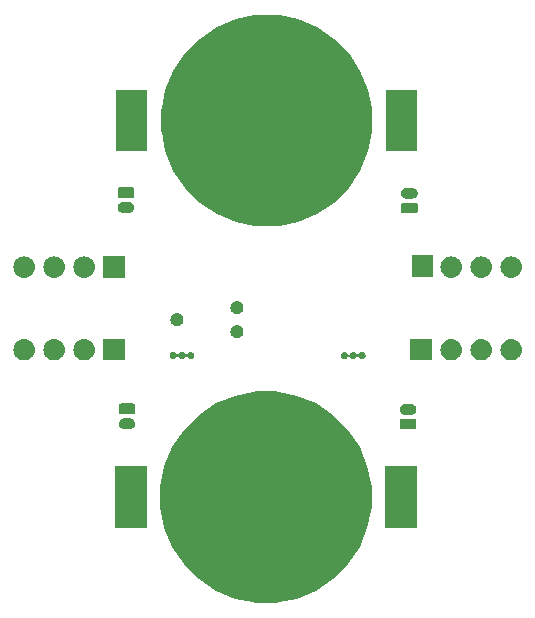
<source format=gbs>
G04 #@! TF.GenerationSoftware,KiCad,Pcbnew,(5.1.0)-1*
G04 #@! TF.CreationDate,2019-03-26T08:32:57+01:00*
G04 #@! TF.ProjectId,node,6e6f6465-2e6b-4696-9361-645f70636258,rev?*
G04 #@! TF.SameCoordinates,Original*
G04 #@! TF.FileFunction,Soldermask,Bot*
G04 #@! TF.FilePolarity,Negative*
%FSLAX46Y46*%
G04 Gerber Fmt 4.6, Leading zero omitted, Abs format (unit mm)*
G04 Created by KiCad (PCBNEW (5.1.0)-1) date 2019-03-26 08:32:57*
%MOMM*%
%LPD*%
G04 APERTURE LIST*
%ADD10C,0.100000*%
G04 APERTURE END LIST*
D10*
G36*
X147956100Y-89577003D02*
G01*
X149468294Y-89877797D01*
X151095452Y-90551788D01*
X152559855Y-91530272D01*
X153805228Y-92775645D01*
X154783712Y-94240048D01*
X155457703Y-95867206D01*
X155801300Y-97594588D01*
X155801300Y-99355812D01*
X155457703Y-101083194D01*
X154783712Y-102710352D01*
X153805228Y-104174755D01*
X152559855Y-105420128D01*
X151095452Y-106398612D01*
X149468294Y-107072603D01*
X147956100Y-107373397D01*
X147740913Y-107416200D01*
X145979687Y-107416200D01*
X145764500Y-107373397D01*
X144252306Y-107072603D01*
X142625148Y-106398612D01*
X141160745Y-105420128D01*
X139915372Y-104174755D01*
X138936888Y-102710352D01*
X138262897Y-101083194D01*
X137919300Y-99355812D01*
X137919300Y-97594588D01*
X138262897Y-95867206D01*
X138936888Y-94240048D01*
X139915372Y-92775645D01*
X141160745Y-91530272D01*
X142625148Y-90551788D01*
X144252306Y-89877797D01*
X145764500Y-89577003D01*
X145979687Y-89534200D01*
X147740913Y-89534200D01*
X147956100Y-89577003D01*
X147956100Y-89577003D01*
G37*
G36*
X159611300Y-101066200D02*
G01*
X156969300Y-101066200D01*
X156969300Y-95884200D01*
X159611300Y-95884200D01*
X159611300Y-101066200D01*
X159611300Y-101066200D01*
G37*
G36*
X136751300Y-101066200D02*
G01*
X134109300Y-101066200D01*
X134109300Y-95884200D01*
X136751300Y-95884200D01*
X136751300Y-101066200D01*
X136751300Y-101066200D01*
G37*
G36*
X159469683Y-91852725D02*
G01*
X159500143Y-91861966D01*
X159528223Y-91876974D01*
X159552831Y-91897169D01*
X159573026Y-91921777D01*
X159588034Y-91949857D01*
X159597275Y-91980317D01*
X159601000Y-92018140D01*
X159601000Y-92581860D01*
X159597275Y-92619683D01*
X159588034Y-92650143D01*
X159573026Y-92678223D01*
X159552831Y-92702831D01*
X159528223Y-92723026D01*
X159500143Y-92738034D01*
X159469683Y-92747275D01*
X159431860Y-92751000D01*
X158368140Y-92751000D01*
X158330317Y-92747275D01*
X158299857Y-92738034D01*
X158271777Y-92723026D01*
X158247169Y-92702831D01*
X158226974Y-92678223D01*
X158211966Y-92650143D01*
X158202725Y-92619683D01*
X158199000Y-92581860D01*
X158199000Y-92018140D01*
X158202725Y-91980317D01*
X158211966Y-91949857D01*
X158226974Y-91921777D01*
X158247169Y-91897169D01*
X158271777Y-91876974D01*
X158299857Y-91861966D01*
X158330317Y-91852725D01*
X158368140Y-91849000D01*
X159431860Y-91849000D01*
X159469683Y-91852725D01*
X159469683Y-91852725D01*
G37*
G36*
X135438410Y-91805525D02*
G01*
X135523426Y-91831314D01*
X135601775Y-91873193D01*
X135670449Y-91929551D01*
X135726807Y-91998225D01*
X135768686Y-92076574D01*
X135794475Y-92161590D01*
X135803182Y-92250000D01*
X135794475Y-92338410D01*
X135768686Y-92423426D01*
X135726807Y-92501775D01*
X135670449Y-92570449D01*
X135601775Y-92626807D01*
X135523426Y-92668686D01*
X135438410Y-92694475D01*
X135372158Y-92701000D01*
X134827842Y-92701000D01*
X134761590Y-92694475D01*
X134676574Y-92668686D01*
X134598225Y-92626807D01*
X134529551Y-92570449D01*
X134473193Y-92501775D01*
X134431314Y-92423426D01*
X134405525Y-92338410D01*
X134396818Y-92250000D01*
X134405525Y-92161590D01*
X134431314Y-92076574D01*
X134473193Y-91998225D01*
X134529551Y-91929551D01*
X134598225Y-91873193D01*
X134676574Y-91831314D01*
X134761590Y-91805525D01*
X134827842Y-91799000D01*
X135372158Y-91799000D01*
X135438410Y-91805525D01*
X135438410Y-91805525D01*
G37*
G36*
X159238410Y-90605525D02*
G01*
X159323426Y-90631314D01*
X159401775Y-90673193D01*
X159470449Y-90729551D01*
X159526807Y-90798225D01*
X159568686Y-90876574D01*
X159594475Y-90961590D01*
X159603182Y-91050000D01*
X159594475Y-91138410D01*
X159568686Y-91223426D01*
X159526807Y-91301775D01*
X159470449Y-91370449D01*
X159401775Y-91426807D01*
X159323426Y-91468686D01*
X159238410Y-91494475D01*
X159172158Y-91501000D01*
X158627842Y-91501000D01*
X158561590Y-91494475D01*
X158476574Y-91468686D01*
X158398225Y-91426807D01*
X158329551Y-91370449D01*
X158273193Y-91301775D01*
X158231314Y-91223426D01*
X158205525Y-91138410D01*
X158196818Y-91050000D01*
X158205525Y-90961590D01*
X158231314Y-90876574D01*
X158273193Y-90798225D01*
X158329551Y-90729551D01*
X158398225Y-90673193D01*
X158476574Y-90631314D01*
X158561590Y-90605525D01*
X158627842Y-90599000D01*
X159172158Y-90599000D01*
X159238410Y-90605525D01*
X159238410Y-90605525D01*
G37*
G36*
X135669683Y-90552725D02*
G01*
X135700143Y-90561966D01*
X135728223Y-90576974D01*
X135752831Y-90597169D01*
X135773026Y-90621777D01*
X135788034Y-90649857D01*
X135797275Y-90680317D01*
X135801000Y-90718140D01*
X135801000Y-91281860D01*
X135797275Y-91319683D01*
X135788034Y-91350143D01*
X135773026Y-91378223D01*
X135752831Y-91402831D01*
X135728223Y-91423026D01*
X135700143Y-91438034D01*
X135669683Y-91447275D01*
X135631860Y-91451000D01*
X134568140Y-91451000D01*
X134530317Y-91447275D01*
X134499857Y-91438034D01*
X134471777Y-91423026D01*
X134447169Y-91402831D01*
X134426974Y-91378223D01*
X134411966Y-91350143D01*
X134402725Y-91319683D01*
X134399000Y-91281860D01*
X134399000Y-90718140D01*
X134402725Y-90680317D01*
X134411966Y-90649857D01*
X134426974Y-90621777D01*
X134447169Y-90597169D01*
X134471777Y-90576974D01*
X134499857Y-90561966D01*
X134530317Y-90552725D01*
X134568140Y-90549000D01*
X135631860Y-90549000D01*
X135669683Y-90552725D01*
X135669683Y-90552725D01*
G37*
G36*
X131570443Y-85105519D02*
G01*
X131636627Y-85112037D01*
X131806466Y-85163557D01*
X131962991Y-85247222D01*
X131998729Y-85276552D01*
X132100186Y-85359814D01*
X132183448Y-85461271D01*
X132212778Y-85497009D01*
X132296443Y-85653534D01*
X132347963Y-85823373D01*
X132365359Y-86000000D01*
X132347963Y-86176627D01*
X132296443Y-86346466D01*
X132212778Y-86502991D01*
X132190902Y-86529647D01*
X132100186Y-86640186D01*
X131998729Y-86723448D01*
X131962991Y-86752778D01*
X131806466Y-86836443D01*
X131636627Y-86887963D01*
X131570442Y-86894482D01*
X131504260Y-86901000D01*
X131415740Y-86901000D01*
X131349558Y-86894482D01*
X131283373Y-86887963D01*
X131113534Y-86836443D01*
X130957009Y-86752778D01*
X130921271Y-86723448D01*
X130819814Y-86640186D01*
X130729098Y-86529647D01*
X130707222Y-86502991D01*
X130623557Y-86346466D01*
X130572037Y-86176627D01*
X130554641Y-86000000D01*
X130572037Y-85823373D01*
X130623557Y-85653534D01*
X130707222Y-85497009D01*
X130736552Y-85461271D01*
X130819814Y-85359814D01*
X130921271Y-85276552D01*
X130957009Y-85247222D01*
X131113534Y-85163557D01*
X131283373Y-85112037D01*
X131349557Y-85105519D01*
X131415740Y-85099000D01*
X131504260Y-85099000D01*
X131570443Y-85105519D01*
X131570443Y-85105519D01*
G37*
G36*
X160901000Y-86901000D02*
G01*
X159099000Y-86901000D01*
X159099000Y-85099000D01*
X160901000Y-85099000D01*
X160901000Y-86901000D01*
X160901000Y-86901000D01*
G37*
G36*
X162650443Y-85105519D02*
G01*
X162716627Y-85112037D01*
X162886466Y-85163557D01*
X163042991Y-85247222D01*
X163078729Y-85276552D01*
X163180186Y-85359814D01*
X163263448Y-85461271D01*
X163292778Y-85497009D01*
X163376443Y-85653534D01*
X163427963Y-85823373D01*
X163445359Y-86000000D01*
X163427963Y-86176627D01*
X163376443Y-86346466D01*
X163292778Y-86502991D01*
X163270902Y-86529647D01*
X163180186Y-86640186D01*
X163078729Y-86723448D01*
X163042991Y-86752778D01*
X162886466Y-86836443D01*
X162716627Y-86887963D01*
X162650442Y-86894482D01*
X162584260Y-86901000D01*
X162495740Y-86901000D01*
X162429558Y-86894482D01*
X162363373Y-86887963D01*
X162193534Y-86836443D01*
X162037009Y-86752778D01*
X162001271Y-86723448D01*
X161899814Y-86640186D01*
X161809098Y-86529647D01*
X161787222Y-86502991D01*
X161703557Y-86346466D01*
X161652037Y-86176627D01*
X161634641Y-86000000D01*
X161652037Y-85823373D01*
X161703557Y-85653534D01*
X161787222Y-85497009D01*
X161816552Y-85461271D01*
X161899814Y-85359814D01*
X162001271Y-85276552D01*
X162037009Y-85247222D01*
X162193534Y-85163557D01*
X162363373Y-85112037D01*
X162429557Y-85105519D01*
X162495740Y-85099000D01*
X162584260Y-85099000D01*
X162650443Y-85105519D01*
X162650443Y-85105519D01*
G37*
G36*
X165190443Y-85105519D02*
G01*
X165256627Y-85112037D01*
X165426466Y-85163557D01*
X165582991Y-85247222D01*
X165618729Y-85276552D01*
X165720186Y-85359814D01*
X165803448Y-85461271D01*
X165832778Y-85497009D01*
X165916443Y-85653534D01*
X165967963Y-85823373D01*
X165985359Y-86000000D01*
X165967963Y-86176627D01*
X165916443Y-86346466D01*
X165832778Y-86502991D01*
X165810902Y-86529647D01*
X165720186Y-86640186D01*
X165618729Y-86723448D01*
X165582991Y-86752778D01*
X165426466Y-86836443D01*
X165256627Y-86887963D01*
X165190442Y-86894482D01*
X165124260Y-86901000D01*
X165035740Y-86901000D01*
X164969558Y-86894482D01*
X164903373Y-86887963D01*
X164733534Y-86836443D01*
X164577009Y-86752778D01*
X164541271Y-86723448D01*
X164439814Y-86640186D01*
X164349098Y-86529647D01*
X164327222Y-86502991D01*
X164243557Y-86346466D01*
X164192037Y-86176627D01*
X164174641Y-86000000D01*
X164192037Y-85823373D01*
X164243557Y-85653534D01*
X164327222Y-85497009D01*
X164356552Y-85461271D01*
X164439814Y-85359814D01*
X164541271Y-85276552D01*
X164577009Y-85247222D01*
X164733534Y-85163557D01*
X164903373Y-85112037D01*
X164969557Y-85105519D01*
X165035740Y-85099000D01*
X165124260Y-85099000D01*
X165190443Y-85105519D01*
X165190443Y-85105519D01*
G37*
G36*
X167730443Y-85105519D02*
G01*
X167796627Y-85112037D01*
X167966466Y-85163557D01*
X168122991Y-85247222D01*
X168158729Y-85276552D01*
X168260186Y-85359814D01*
X168343448Y-85461271D01*
X168372778Y-85497009D01*
X168456443Y-85653534D01*
X168507963Y-85823373D01*
X168525359Y-86000000D01*
X168507963Y-86176627D01*
X168456443Y-86346466D01*
X168372778Y-86502991D01*
X168350902Y-86529647D01*
X168260186Y-86640186D01*
X168158729Y-86723448D01*
X168122991Y-86752778D01*
X167966466Y-86836443D01*
X167796627Y-86887963D01*
X167730442Y-86894482D01*
X167664260Y-86901000D01*
X167575740Y-86901000D01*
X167509558Y-86894482D01*
X167443373Y-86887963D01*
X167273534Y-86836443D01*
X167117009Y-86752778D01*
X167081271Y-86723448D01*
X166979814Y-86640186D01*
X166889098Y-86529647D01*
X166867222Y-86502991D01*
X166783557Y-86346466D01*
X166732037Y-86176627D01*
X166714641Y-86000000D01*
X166732037Y-85823373D01*
X166783557Y-85653534D01*
X166867222Y-85497009D01*
X166896552Y-85461271D01*
X166979814Y-85359814D01*
X167081271Y-85276552D01*
X167117009Y-85247222D01*
X167273534Y-85163557D01*
X167443373Y-85112037D01*
X167509557Y-85105519D01*
X167575740Y-85099000D01*
X167664260Y-85099000D01*
X167730443Y-85105519D01*
X167730443Y-85105519D01*
G37*
G36*
X129030443Y-85105519D02*
G01*
X129096627Y-85112037D01*
X129266466Y-85163557D01*
X129422991Y-85247222D01*
X129458729Y-85276552D01*
X129560186Y-85359814D01*
X129643448Y-85461271D01*
X129672778Y-85497009D01*
X129756443Y-85653534D01*
X129807963Y-85823373D01*
X129825359Y-86000000D01*
X129807963Y-86176627D01*
X129756443Y-86346466D01*
X129672778Y-86502991D01*
X129650902Y-86529647D01*
X129560186Y-86640186D01*
X129458729Y-86723448D01*
X129422991Y-86752778D01*
X129266466Y-86836443D01*
X129096627Y-86887963D01*
X129030442Y-86894482D01*
X128964260Y-86901000D01*
X128875740Y-86901000D01*
X128809558Y-86894482D01*
X128743373Y-86887963D01*
X128573534Y-86836443D01*
X128417009Y-86752778D01*
X128381271Y-86723448D01*
X128279814Y-86640186D01*
X128189098Y-86529647D01*
X128167222Y-86502991D01*
X128083557Y-86346466D01*
X128032037Y-86176627D01*
X128014641Y-86000000D01*
X128032037Y-85823373D01*
X128083557Y-85653534D01*
X128167222Y-85497009D01*
X128196552Y-85461271D01*
X128279814Y-85359814D01*
X128381271Y-85276552D01*
X128417009Y-85247222D01*
X128573534Y-85163557D01*
X128743373Y-85112037D01*
X128809557Y-85105519D01*
X128875740Y-85099000D01*
X128964260Y-85099000D01*
X129030443Y-85105519D01*
X129030443Y-85105519D01*
G37*
G36*
X134901000Y-86901000D02*
G01*
X133099000Y-86901000D01*
X133099000Y-85099000D01*
X134901000Y-85099000D01*
X134901000Y-86901000D01*
X134901000Y-86901000D01*
G37*
G36*
X126490443Y-85105519D02*
G01*
X126556627Y-85112037D01*
X126726466Y-85163557D01*
X126882991Y-85247222D01*
X126918729Y-85276552D01*
X127020186Y-85359814D01*
X127103448Y-85461271D01*
X127132778Y-85497009D01*
X127216443Y-85653534D01*
X127267963Y-85823373D01*
X127285359Y-86000000D01*
X127267963Y-86176627D01*
X127216443Y-86346466D01*
X127132778Y-86502991D01*
X127110902Y-86529647D01*
X127020186Y-86640186D01*
X126918729Y-86723448D01*
X126882991Y-86752778D01*
X126726466Y-86836443D01*
X126556627Y-86887963D01*
X126490442Y-86894482D01*
X126424260Y-86901000D01*
X126335740Y-86901000D01*
X126269558Y-86894482D01*
X126203373Y-86887963D01*
X126033534Y-86836443D01*
X125877009Y-86752778D01*
X125841271Y-86723448D01*
X125739814Y-86640186D01*
X125649098Y-86529647D01*
X125627222Y-86502991D01*
X125543557Y-86346466D01*
X125492037Y-86176627D01*
X125474641Y-86000000D01*
X125492037Y-85823373D01*
X125543557Y-85653534D01*
X125627222Y-85497009D01*
X125656552Y-85461271D01*
X125739814Y-85359814D01*
X125841271Y-85276552D01*
X125877009Y-85247222D01*
X126033534Y-85163557D01*
X126203373Y-85112037D01*
X126269557Y-85105519D01*
X126335740Y-85099000D01*
X126424260Y-85099000D01*
X126490443Y-85105519D01*
X126490443Y-85105519D01*
G37*
G36*
X139087797Y-86210567D02*
G01*
X139142575Y-86233257D01*
X139142577Y-86233258D01*
X139191876Y-86266198D01*
X139233802Y-86308124D01*
X139259421Y-86346466D01*
X139271067Y-86363896D01*
X139286612Y-86382838D01*
X139305554Y-86398383D01*
X139327165Y-86409934D01*
X139350614Y-86417047D01*
X139375000Y-86419449D01*
X139399386Y-86417047D01*
X139422835Y-86409934D01*
X139444446Y-86398383D01*
X139463388Y-86382838D01*
X139478933Y-86363896D01*
X139490579Y-86346466D01*
X139516198Y-86308124D01*
X139558124Y-86266198D01*
X139607423Y-86233258D01*
X139607425Y-86233257D01*
X139662203Y-86210567D01*
X139720353Y-86199000D01*
X139779647Y-86199000D01*
X139837797Y-86210567D01*
X139892575Y-86233257D01*
X139892577Y-86233258D01*
X139941876Y-86266198D01*
X139983802Y-86308124D01*
X140009421Y-86346466D01*
X140021067Y-86363896D01*
X140036612Y-86382838D01*
X140055554Y-86398383D01*
X140077165Y-86409934D01*
X140100614Y-86417047D01*
X140125000Y-86419449D01*
X140149386Y-86417047D01*
X140172835Y-86409934D01*
X140194446Y-86398383D01*
X140213388Y-86382838D01*
X140228933Y-86363896D01*
X140240579Y-86346466D01*
X140266198Y-86308124D01*
X140308124Y-86266198D01*
X140357423Y-86233258D01*
X140357425Y-86233257D01*
X140412203Y-86210567D01*
X140470353Y-86199000D01*
X140529647Y-86199000D01*
X140587797Y-86210567D01*
X140642575Y-86233257D01*
X140642577Y-86233258D01*
X140691876Y-86266198D01*
X140733802Y-86308124D01*
X140759422Y-86346468D01*
X140766743Y-86357425D01*
X140789433Y-86412203D01*
X140801000Y-86470353D01*
X140801000Y-86529647D01*
X140789433Y-86587797D01*
X140766743Y-86642575D01*
X140766742Y-86642577D01*
X140733802Y-86691876D01*
X140691876Y-86733802D01*
X140642577Y-86766742D01*
X140642576Y-86766743D01*
X140642575Y-86766743D01*
X140587797Y-86789433D01*
X140529647Y-86801000D01*
X140470353Y-86801000D01*
X140412203Y-86789433D01*
X140357425Y-86766743D01*
X140357424Y-86766743D01*
X140357423Y-86766742D01*
X140308124Y-86733802D01*
X140266198Y-86691876D01*
X140233258Y-86642577D01*
X140233257Y-86642575D01*
X140228933Y-86636104D01*
X140213388Y-86617162D01*
X140194446Y-86601617D01*
X140172835Y-86590066D01*
X140149386Y-86582953D01*
X140125000Y-86580551D01*
X140100614Y-86582953D01*
X140077165Y-86590066D01*
X140055554Y-86601617D01*
X140036612Y-86617162D01*
X140021067Y-86636104D01*
X140016743Y-86642575D01*
X140016742Y-86642577D01*
X139983802Y-86691876D01*
X139941876Y-86733802D01*
X139892577Y-86766742D01*
X139892576Y-86766743D01*
X139892575Y-86766743D01*
X139837797Y-86789433D01*
X139779647Y-86801000D01*
X139720353Y-86801000D01*
X139662203Y-86789433D01*
X139607425Y-86766743D01*
X139607424Y-86766743D01*
X139607423Y-86766742D01*
X139558124Y-86733802D01*
X139516198Y-86691876D01*
X139483258Y-86642577D01*
X139483257Y-86642575D01*
X139478933Y-86636104D01*
X139463388Y-86617162D01*
X139444446Y-86601617D01*
X139422835Y-86590066D01*
X139399386Y-86582953D01*
X139375000Y-86580551D01*
X139350614Y-86582953D01*
X139327165Y-86590066D01*
X139305554Y-86601617D01*
X139286612Y-86617162D01*
X139271067Y-86636104D01*
X139266743Y-86642575D01*
X139266742Y-86642577D01*
X139233802Y-86691876D01*
X139191876Y-86733802D01*
X139142577Y-86766742D01*
X139142576Y-86766743D01*
X139142575Y-86766743D01*
X139087797Y-86789433D01*
X139029647Y-86801000D01*
X138970353Y-86801000D01*
X138912203Y-86789433D01*
X138857425Y-86766743D01*
X138857424Y-86766743D01*
X138857423Y-86766742D01*
X138808124Y-86733802D01*
X138766198Y-86691876D01*
X138733258Y-86642577D01*
X138733257Y-86642575D01*
X138710567Y-86587797D01*
X138699000Y-86529647D01*
X138699000Y-86470353D01*
X138710567Y-86412203D01*
X138733257Y-86357425D01*
X138740578Y-86346468D01*
X138766198Y-86308124D01*
X138808124Y-86266198D01*
X138857423Y-86233258D01*
X138857425Y-86233257D01*
X138912203Y-86210567D01*
X138970353Y-86199000D01*
X139029647Y-86199000D01*
X139087797Y-86210567D01*
X139087797Y-86210567D01*
G37*
G36*
X153587797Y-86210567D02*
G01*
X153642575Y-86233257D01*
X153642577Y-86233258D01*
X153691876Y-86266198D01*
X153733802Y-86308124D01*
X153759421Y-86346466D01*
X153771067Y-86363896D01*
X153786612Y-86382838D01*
X153805554Y-86398383D01*
X153827165Y-86409934D01*
X153850614Y-86417047D01*
X153875000Y-86419449D01*
X153899386Y-86417047D01*
X153922835Y-86409934D01*
X153944446Y-86398383D01*
X153963388Y-86382838D01*
X153978933Y-86363896D01*
X153990579Y-86346466D01*
X154016198Y-86308124D01*
X154058124Y-86266198D01*
X154107423Y-86233258D01*
X154107425Y-86233257D01*
X154162203Y-86210567D01*
X154220353Y-86199000D01*
X154279647Y-86199000D01*
X154337797Y-86210567D01*
X154392575Y-86233257D01*
X154392577Y-86233258D01*
X154441876Y-86266198D01*
X154483802Y-86308124D01*
X154509421Y-86346466D01*
X154521067Y-86363896D01*
X154536612Y-86382838D01*
X154555554Y-86398383D01*
X154577165Y-86409934D01*
X154600614Y-86417047D01*
X154625000Y-86419449D01*
X154649386Y-86417047D01*
X154672835Y-86409934D01*
X154694446Y-86398383D01*
X154713388Y-86382838D01*
X154728933Y-86363896D01*
X154740579Y-86346466D01*
X154766198Y-86308124D01*
X154808124Y-86266198D01*
X154857423Y-86233258D01*
X154857425Y-86233257D01*
X154912203Y-86210567D01*
X154970353Y-86199000D01*
X155029647Y-86199000D01*
X155087797Y-86210567D01*
X155142575Y-86233257D01*
X155142577Y-86233258D01*
X155191876Y-86266198D01*
X155233802Y-86308124D01*
X155259422Y-86346468D01*
X155266743Y-86357425D01*
X155289433Y-86412203D01*
X155301000Y-86470353D01*
X155301000Y-86529647D01*
X155289433Y-86587797D01*
X155266743Y-86642575D01*
X155266742Y-86642577D01*
X155233802Y-86691876D01*
X155191876Y-86733802D01*
X155142577Y-86766742D01*
X155142576Y-86766743D01*
X155142575Y-86766743D01*
X155087797Y-86789433D01*
X155029647Y-86801000D01*
X154970353Y-86801000D01*
X154912203Y-86789433D01*
X154857425Y-86766743D01*
X154857424Y-86766743D01*
X154857423Y-86766742D01*
X154808124Y-86733802D01*
X154766198Y-86691876D01*
X154733258Y-86642577D01*
X154733257Y-86642575D01*
X154728933Y-86636104D01*
X154713388Y-86617162D01*
X154694446Y-86601617D01*
X154672835Y-86590066D01*
X154649386Y-86582953D01*
X154625000Y-86580551D01*
X154600614Y-86582953D01*
X154577165Y-86590066D01*
X154555554Y-86601617D01*
X154536612Y-86617162D01*
X154521067Y-86636104D01*
X154516743Y-86642575D01*
X154516742Y-86642577D01*
X154483802Y-86691876D01*
X154441876Y-86733802D01*
X154392577Y-86766742D01*
X154392576Y-86766743D01*
X154392575Y-86766743D01*
X154337797Y-86789433D01*
X154279647Y-86801000D01*
X154220353Y-86801000D01*
X154162203Y-86789433D01*
X154107425Y-86766743D01*
X154107424Y-86766743D01*
X154107423Y-86766742D01*
X154058124Y-86733802D01*
X154016198Y-86691876D01*
X153983258Y-86642577D01*
X153983257Y-86642575D01*
X153978933Y-86636104D01*
X153963388Y-86617162D01*
X153944446Y-86601617D01*
X153922835Y-86590066D01*
X153899386Y-86582953D01*
X153875000Y-86580551D01*
X153850614Y-86582953D01*
X153827165Y-86590066D01*
X153805554Y-86601617D01*
X153786612Y-86617162D01*
X153771067Y-86636104D01*
X153766743Y-86642575D01*
X153766742Y-86642577D01*
X153733802Y-86691876D01*
X153691876Y-86733802D01*
X153642577Y-86766742D01*
X153642576Y-86766743D01*
X153642575Y-86766743D01*
X153587797Y-86789433D01*
X153529647Y-86801000D01*
X153470353Y-86801000D01*
X153412203Y-86789433D01*
X153357425Y-86766743D01*
X153357424Y-86766743D01*
X153357423Y-86766742D01*
X153308124Y-86733802D01*
X153266198Y-86691876D01*
X153233258Y-86642577D01*
X153233257Y-86642575D01*
X153210567Y-86587797D01*
X153199000Y-86529647D01*
X153199000Y-86470353D01*
X153210567Y-86412203D01*
X153233257Y-86357425D01*
X153240578Y-86346468D01*
X153266198Y-86308124D01*
X153308124Y-86266198D01*
X153357423Y-86233258D01*
X153357425Y-86233257D01*
X153412203Y-86210567D01*
X153470353Y-86199000D01*
X153529647Y-86199000D01*
X153587797Y-86210567D01*
X153587797Y-86210567D01*
G37*
G36*
X144505578Y-83919197D02*
G01*
X144558350Y-83929694D01*
X144657770Y-83970875D01*
X144747246Y-84030661D01*
X144823339Y-84106754D01*
X144883125Y-84196230D01*
X144924306Y-84295650D01*
X144945300Y-84401194D01*
X144945300Y-84508806D01*
X144924306Y-84614350D01*
X144883125Y-84713770D01*
X144823339Y-84803246D01*
X144747246Y-84879339D01*
X144657770Y-84939125D01*
X144558350Y-84980306D01*
X144505578Y-84990803D01*
X144452807Y-85001300D01*
X144345193Y-85001300D01*
X144292422Y-84990803D01*
X144239650Y-84980306D01*
X144140230Y-84939125D01*
X144050754Y-84879339D01*
X143974661Y-84803246D01*
X143914875Y-84713770D01*
X143873694Y-84614350D01*
X143852700Y-84508806D01*
X143852700Y-84401194D01*
X143873694Y-84295650D01*
X143914875Y-84196230D01*
X143974661Y-84106754D01*
X144050754Y-84030661D01*
X144140230Y-83970875D01*
X144239650Y-83929694D01*
X144292422Y-83919197D01*
X144345193Y-83908700D01*
X144452807Y-83908700D01*
X144505578Y-83919197D01*
X144505578Y-83919197D01*
G37*
G36*
X139425578Y-82903197D02*
G01*
X139478350Y-82913694D01*
X139577770Y-82954875D01*
X139667246Y-83014661D01*
X139743339Y-83090754D01*
X139803125Y-83180230D01*
X139844306Y-83279650D01*
X139865300Y-83385194D01*
X139865300Y-83492806D01*
X139844306Y-83598350D01*
X139803125Y-83697770D01*
X139743339Y-83787246D01*
X139667246Y-83863339D01*
X139577770Y-83923125D01*
X139478350Y-83964306D01*
X139445325Y-83970875D01*
X139372807Y-83985300D01*
X139265193Y-83985300D01*
X139192675Y-83970875D01*
X139159650Y-83964306D01*
X139060230Y-83923125D01*
X138970754Y-83863339D01*
X138894661Y-83787246D01*
X138834875Y-83697770D01*
X138793694Y-83598350D01*
X138772700Y-83492806D01*
X138772700Y-83385194D01*
X138793694Y-83279650D01*
X138834875Y-83180230D01*
X138894661Y-83090754D01*
X138970754Y-83014661D01*
X139060230Y-82954875D01*
X139159650Y-82913694D01*
X139212422Y-82903197D01*
X139265193Y-82892700D01*
X139372807Y-82892700D01*
X139425578Y-82903197D01*
X139425578Y-82903197D01*
G37*
G36*
X144505578Y-81887197D02*
G01*
X144558350Y-81897694D01*
X144657770Y-81938875D01*
X144747246Y-81998661D01*
X144823339Y-82074754D01*
X144883125Y-82164230D01*
X144924306Y-82263650D01*
X144945300Y-82369194D01*
X144945300Y-82476806D01*
X144924306Y-82582350D01*
X144883125Y-82681770D01*
X144823339Y-82771246D01*
X144747246Y-82847339D01*
X144657770Y-82907125D01*
X144558350Y-82948306D01*
X144525325Y-82954875D01*
X144452807Y-82969300D01*
X144345193Y-82969300D01*
X144272675Y-82954875D01*
X144239650Y-82948306D01*
X144140230Y-82907125D01*
X144050754Y-82847339D01*
X143974661Y-82771246D01*
X143914875Y-82681770D01*
X143873694Y-82582350D01*
X143852700Y-82476806D01*
X143852700Y-82369194D01*
X143873694Y-82263650D01*
X143914875Y-82164230D01*
X143974661Y-82074754D01*
X144050754Y-81998661D01*
X144140230Y-81938875D01*
X144239650Y-81897694D01*
X144292422Y-81887197D01*
X144345193Y-81876700D01*
X144452807Y-81876700D01*
X144505578Y-81887197D01*
X144505578Y-81887197D01*
G37*
G36*
X126490442Y-78105518D02*
G01*
X126556627Y-78112037D01*
X126726466Y-78163557D01*
X126882991Y-78247222D01*
X126918729Y-78276552D01*
X127020186Y-78359814D01*
X127103448Y-78461271D01*
X127132778Y-78497009D01*
X127216443Y-78653534D01*
X127267963Y-78823373D01*
X127285359Y-79000000D01*
X127267963Y-79176627D01*
X127216443Y-79346466D01*
X127132778Y-79502991D01*
X127103448Y-79538729D01*
X127020186Y-79640186D01*
X126918729Y-79723448D01*
X126882991Y-79752778D01*
X126726466Y-79836443D01*
X126556627Y-79887963D01*
X126490442Y-79894482D01*
X126424260Y-79901000D01*
X126335740Y-79901000D01*
X126269558Y-79894482D01*
X126203373Y-79887963D01*
X126033534Y-79836443D01*
X125877009Y-79752778D01*
X125841271Y-79723448D01*
X125739814Y-79640186D01*
X125656552Y-79538729D01*
X125627222Y-79502991D01*
X125543557Y-79346466D01*
X125492037Y-79176627D01*
X125474641Y-79000000D01*
X125492037Y-78823373D01*
X125543557Y-78653534D01*
X125627222Y-78497009D01*
X125656552Y-78461271D01*
X125739814Y-78359814D01*
X125841271Y-78276552D01*
X125877009Y-78247222D01*
X126033534Y-78163557D01*
X126203373Y-78112037D01*
X126269558Y-78105518D01*
X126335740Y-78099000D01*
X126424260Y-78099000D01*
X126490442Y-78105518D01*
X126490442Y-78105518D01*
G37*
G36*
X167730442Y-78105518D02*
G01*
X167796627Y-78112037D01*
X167966466Y-78163557D01*
X168122991Y-78247222D01*
X168158729Y-78276552D01*
X168260186Y-78359814D01*
X168343448Y-78461271D01*
X168372778Y-78497009D01*
X168456443Y-78653534D01*
X168507963Y-78823373D01*
X168525359Y-79000000D01*
X168507963Y-79176627D01*
X168456443Y-79346466D01*
X168372778Y-79502991D01*
X168343448Y-79538729D01*
X168260186Y-79640186D01*
X168158729Y-79723448D01*
X168122991Y-79752778D01*
X167966466Y-79836443D01*
X167796627Y-79887963D01*
X167730442Y-79894482D01*
X167664260Y-79901000D01*
X167575740Y-79901000D01*
X167509558Y-79894482D01*
X167443373Y-79887963D01*
X167273534Y-79836443D01*
X167117009Y-79752778D01*
X167081271Y-79723448D01*
X166979814Y-79640186D01*
X166896552Y-79538729D01*
X166867222Y-79502991D01*
X166783557Y-79346466D01*
X166732037Y-79176627D01*
X166714641Y-79000000D01*
X166732037Y-78823373D01*
X166783557Y-78653534D01*
X166867222Y-78497009D01*
X166896552Y-78461271D01*
X166979814Y-78359814D01*
X167081271Y-78276552D01*
X167117009Y-78247222D01*
X167273534Y-78163557D01*
X167443373Y-78112037D01*
X167509558Y-78105518D01*
X167575740Y-78099000D01*
X167664260Y-78099000D01*
X167730442Y-78105518D01*
X167730442Y-78105518D01*
G37*
G36*
X165190442Y-78105518D02*
G01*
X165256627Y-78112037D01*
X165426466Y-78163557D01*
X165582991Y-78247222D01*
X165618729Y-78276552D01*
X165720186Y-78359814D01*
X165803448Y-78461271D01*
X165832778Y-78497009D01*
X165916443Y-78653534D01*
X165967963Y-78823373D01*
X165985359Y-79000000D01*
X165967963Y-79176627D01*
X165916443Y-79346466D01*
X165832778Y-79502991D01*
X165803448Y-79538729D01*
X165720186Y-79640186D01*
X165618729Y-79723448D01*
X165582991Y-79752778D01*
X165426466Y-79836443D01*
X165256627Y-79887963D01*
X165190442Y-79894482D01*
X165124260Y-79901000D01*
X165035740Y-79901000D01*
X164969558Y-79894482D01*
X164903373Y-79887963D01*
X164733534Y-79836443D01*
X164577009Y-79752778D01*
X164541271Y-79723448D01*
X164439814Y-79640186D01*
X164356552Y-79538729D01*
X164327222Y-79502991D01*
X164243557Y-79346466D01*
X164192037Y-79176627D01*
X164174641Y-79000000D01*
X164192037Y-78823373D01*
X164243557Y-78653534D01*
X164327222Y-78497009D01*
X164356552Y-78461271D01*
X164439814Y-78359814D01*
X164541271Y-78276552D01*
X164577009Y-78247222D01*
X164733534Y-78163557D01*
X164903373Y-78112037D01*
X164969558Y-78105518D01*
X165035740Y-78099000D01*
X165124260Y-78099000D01*
X165190442Y-78105518D01*
X165190442Y-78105518D01*
G37*
G36*
X162650442Y-78105518D02*
G01*
X162716627Y-78112037D01*
X162886466Y-78163557D01*
X163042991Y-78247222D01*
X163078729Y-78276552D01*
X163180186Y-78359814D01*
X163263448Y-78461271D01*
X163292778Y-78497009D01*
X163376443Y-78653534D01*
X163427963Y-78823373D01*
X163445359Y-79000000D01*
X163427963Y-79176627D01*
X163376443Y-79346466D01*
X163292778Y-79502991D01*
X163263448Y-79538729D01*
X163180186Y-79640186D01*
X163078729Y-79723448D01*
X163042991Y-79752778D01*
X162886466Y-79836443D01*
X162716627Y-79887963D01*
X162650442Y-79894482D01*
X162584260Y-79901000D01*
X162495740Y-79901000D01*
X162429558Y-79894482D01*
X162363373Y-79887963D01*
X162193534Y-79836443D01*
X162037009Y-79752778D01*
X162001271Y-79723448D01*
X161899814Y-79640186D01*
X161816552Y-79538729D01*
X161787222Y-79502991D01*
X161703557Y-79346466D01*
X161652037Y-79176627D01*
X161634641Y-79000000D01*
X161652037Y-78823373D01*
X161703557Y-78653534D01*
X161787222Y-78497009D01*
X161816552Y-78461271D01*
X161899814Y-78359814D01*
X162001271Y-78276552D01*
X162037009Y-78247222D01*
X162193534Y-78163557D01*
X162363373Y-78112037D01*
X162429558Y-78105518D01*
X162495740Y-78099000D01*
X162584260Y-78099000D01*
X162650442Y-78105518D01*
X162650442Y-78105518D01*
G37*
G36*
X129030442Y-78105518D02*
G01*
X129096627Y-78112037D01*
X129266466Y-78163557D01*
X129422991Y-78247222D01*
X129458729Y-78276552D01*
X129560186Y-78359814D01*
X129643448Y-78461271D01*
X129672778Y-78497009D01*
X129756443Y-78653534D01*
X129807963Y-78823373D01*
X129825359Y-79000000D01*
X129807963Y-79176627D01*
X129756443Y-79346466D01*
X129672778Y-79502991D01*
X129643448Y-79538729D01*
X129560186Y-79640186D01*
X129458729Y-79723448D01*
X129422991Y-79752778D01*
X129266466Y-79836443D01*
X129096627Y-79887963D01*
X129030442Y-79894482D01*
X128964260Y-79901000D01*
X128875740Y-79901000D01*
X128809558Y-79894482D01*
X128743373Y-79887963D01*
X128573534Y-79836443D01*
X128417009Y-79752778D01*
X128381271Y-79723448D01*
X128279814Y-79640186D01*
X128196552Y-79538729D01*
X128167222Y-79502991D01*
X128083557Y-79346466D01*
X128032037Y-79176627D01*
X128014641Y-79000000D01*
X128032037Y-78823373D01*
X128083557Y-78653534D01*
X128167222Y-78497009D01*
X128196552Y-78461271D01*
X128279814Y-78359814D01*
X128381271Y-78276552D01*
X128417009Y-78247222D01*
X128573534Y-78163557D01*
X128743373Y-78112037D01*
X128809558Y-78105518D01*
X128875740Y-78099000D01*
X128964260Y-78099000D01*
X129030442Y-78105518D01*
X129030442Y-78105518D01*
G37*
G36*
X131570442Y-78105518D02*
G01*
X131636627Y-78112037D01*
X131806466Y-78163557D01*
X131962991Y-78247222D01*
X131998729Y-78276552D01*
X132100186Y-78359814D01*
X132183448Y-78461271D01*
X132212778Y-78497009D01*
X132296443Y-78653534D01*
X132347963Y-78823373D01*
X132365359Y-79000000D01*
X132347963Y-79176627D01*
X132296443Y-79346466D01*
X132212778Y-79502991D01*
X132183448Y-79538729D01*
X132100186Y-79640186D01*
X131998729Y-79723448D01*
X131962991Y-79752778D01*
X131806466Y-79836443D01*
X131636627Y-79887963D01*
X131570442Y-79894482D01*
X131504260Y-79901000D01*
X131415740Y-79901000D01*
X131349558Y-79894482D01*
X131283373Y-79887963D01*
X131113534Y-79836443D01*
X130957009Y-79752778D01*
X130921271Y-79723448D01*
X130819814Y-79640186D01*
X130736552Y-79538729D01*
X130707222Y-79502991D01*
X130623557Y-79346466D01*
X130572037Y-79176627D01*
X130554641Y-79000000D01*
X130572037Y-78823373D01*
X130623557Y-78653534D01*
X130707222Y-78497009D01*
X130736552Y-78461271D01*
X130819814Y-78359814D01*
X130921271Y-78276552D01*
X130957009Y-78247222D01*
X131113534Y-78163557D01*
X131283373Y-78112037D01*
X131349558Y-78105518D01*
X131415740Y-78099000D01*
X131504260Y-78099000D01*
X131570442Y-78105518D01*
X131570442Y-78105518D01*
G37*
G36*
X134901000Y-79901000D02*
G01*
X133099000Y-79901000D01*
X133099000Y-78099000D01*
X134901000Y-78099000D01*
X134901000Y-79901000D01*
X134901000Y-79901000D01*
G37*
G36*
X161001000Y-79801000D02*
G01*
X159199000Y-79801000D01*
X159199000Y-77999000D01*
X161001000Y-77999000D01*
X161001000Y-79801000D01*
X161001000Y-79801000D01*
G37*
G36*
X148032300Y-57696703D02*
G01*
X149544494Y-57997497D01*
X151171652Y-58671488D01*
X152636055Y-59649972D01*
X153881428Y-60895345D01*
X154859912Y-62359748D01*
X155533903Y-63986906D01*
X155834697Y-65499100D01*
X155877500Y-65714287D01*
X155877500Y-67475513D01*
X155852338Y-67602010D01*
X155533903Y-69202894D01*
X154859912Y-70830052D01*
X153881428Y-72294455D01*
X152636055Y-73539828D01*
X151171652Y-74518312D01*
X149544494Y-75192303D01*
X148032300Y-75493097D01*
X147817113Y-75535900D01*
X146055887Y-75535900D01*
X145840700Y-75493097D01*
X144328506Y-75192303D01*
X142701348Y-74518312D01*
X141236945Y-73539828D01*
X139991572Y-72294455D01*
X139013088Y-70830052D01*
X138339097Y-69202894D01*
X138020662Y-67602010D01*
X137995500Y-67475513D01*
X137995500Y-65714287D01*
X138038303Y-65499100D01*
X138339097Y-63986906D01*
X139013088Y-62359748D01*
X139991572Y-60895345D01*
X141236945Y-59649972D01*
X142701348Y-58671488D01*
X144328506Y-57997497D01*
X145840700Y-57696703D01*
X146055887Y-57653900D01*
X147817113Y-57653900D01*
X148032300Y-57696703D01*
X148032300Y-57696703D01*
G37*
G36*
X159569683Y-73552725D02*
G01*
X159600143Y-73561966D01*
X159628223Y-73576974D01*
X159652831Y-73597169D01*
X159673026Y-73621777D01*
X159688034Y-73649857D01*
X159697275Y-73680317D01*
X159701000Y-73718140D01*
X159701000Y-74281860D01*
X159697275Y-74319683D01*
X159688034Y-74350143D01*
X159673026Y-74378223D01*
X159652831Y-74402831D01*
X159628223Y-74423026D01*
X159600143Y-74438034D01*
X159569683Y-74447275D01*
X159531860Y-74451000D01*
X158468140Y-74451000D01*
X158430317Y-74447275D01*
X158399857Y-74438034D01*
X158371777Y-74423026D01*
X158347169Y-74402831D01*
X158326974Y-74378223D01*
X158311966Y-74350143D01*
X158302725Y-74319683D01*
X158299000Y-74281860D01*
X158299000Y-73718140D01*
X158302725Y-73680317D01*
X158311966Y-73649857D01*
X158326974Y-73621777D01*
X158347169Y-73597169D01*
X158371777Y-73576974D01*
X158399857Y-73561966D01*
X158430317Y-73552725D01*
X158468140Y-73549000D01*
X159531860Y-73549000D01*
X159569683Y-73552725D01*
X159569683Y-73552725D01*
G37*
G36*
X135338410Y-73505525D02*
G01*
X135423426Y-73531314D01*
X135501775Y-73573193D01*
X135570449Y-73629551D01*
X135626807Y-73698225D01*
X135668686Y-73776574D01*
X135694475Y-73861590D01*
X135703182Y-73950000D01*
X135694475Y-74038410D01*
X135668686Y-74123426D01*
X135626807Y-74201775D01*
X135570449Y-74270449D01*
X135501775Y-74326807D01*
X135423426Y-74368686D01*
X135338410Y-74394475D01*
X135272158Y-74401000D01*
X134727842Y-74401000D01*
X134661590Y-74394475D01*
X134576574Y-74368686D01*
X134498225Y-74326807D01*
X134429551Y-74270449D01*
X134373193Y-74201775D01*
X134331314Y-74123426D01*
X134305525Y-74038410D01*
X134296818Y-73950000D01*
X134305525Y-73861590D01*
X134331314Y-73776574D01*
X134373193Y-73698225D01*
X134429551Y-73629551D01*
X134498225Y-73573193D01*
X134576574Y-73531314D01*
X134661590Y-73505525D01*
X134727842Y-73499000D01*
X135272158Y-73499000D01*
X135338410Y-73505525D01*
X135338410Y-73505525D01*
G37*
G36*
X159338410Y-72305525D02*
G01*
X159423426Y-72331314D01*
X159501775Y-72373193D01*
X159570449Y-72429551D01*
X159626807Y-72498225D01*
X159668686Y-72576574D01*
X159694475Y-72661590D01*
X159703182Y-72750000D01*
X159694475Y-72838410D01*
X159668686Y-72923426D01*
X159626807Y-73001775D01*
X159570449Y-73070449D01*
X159501775Y-73126807D01*
X159423426Y-73168686D01*
X159338410Y-73194475D01*
X159272158Y-73201000D01*
X158727842Y-73201000D01*
X158661590Y-73194475D01*
X158576574Y-73168686D01*
X158498225Y-73126807D01*
X158429551Y-73070449D01*
X158373193Y-73001775D01*
X158331314Y-72923426D01*
X158305525Y-72838410D01*
X158296818Y-72750000D01*
X158305525Y-72661590D01*
X158331314Y-72576574D01*
X158373193Y-72498225D01*
X158429551Y-72429551D01*
X158498225Y-72373193D01*
X158576574Y-72331314D01*
X158661590Y-72305525D01*
X158727842Y-72299000D01*
X159272158Y-72299000D01*
X159338410Y-72305525D01*
X159338410Y-72305525D01*
G37*
G36*
X135569683Y-72252725D02*
G01*
X135600143Y-72261966D01*
X135628223Y-72276974D01*
X135652831Y-72297169D01*
X135673026Y-72321777D01*
X135688034Y-72349857D01*
X135697275Y-72380317D01*
X135701000Y-72418140D01*
X135701000Y-72981860D01*
X135697275Y-73019683D01*
X135688034Y-73050143D01*
X135673026Y-73078223D01*
X135652831Y-73102831D01*
X135628223Y-73123026D01*
X135600143Y-73138034D01*
X135569683Y-73147275D01*
X135531860Y-73151000D01*
X134468140Y-73151000D01*
X134430317Y-73147275D01*
X134399857Y-73138034D01*
X134371777Y-73123026D01*
X134347169Y-73102831D01*
X134326974Y-73078223D01*
X134311966Y-73050143D01*
X134302725Y-73019683D01*
X134299000Y-72981860D01*
X134299000Y-72418140D01*
X134302725Y-72380317D01*
X134311966Y-72349857D01*
X134326974Y-72321777D01*
X134347169Y-72297169D01*
X134371777Y-72276974D01*
X134399857Y-72261966D01*
X134430317Y-72252725D01*
X134468140Y-72249000D01*
X135531860Y-72249000D01*
X135569683Y-72252725D01*
X135569683Y-72252725D01*
G37*
G36*
X136827500Y-69185900D02*
G01*
X134185500Y-69185900D01*
X134185500Y-64003900D01*
X136827500Y-64003900D01*
X136827500Y-69185900D01*
X136827500Y-69185900D01*
G37*
G36*
X159687500Y-69185900D02*
G01*
X157045500Y-69185900D01*
X157045500Y-64003900D01*
X159687500Y-64003900D01*
X159687500Y-69185900D01*
X159687500Y-69185900D01*
G37*
M02*

</source>
